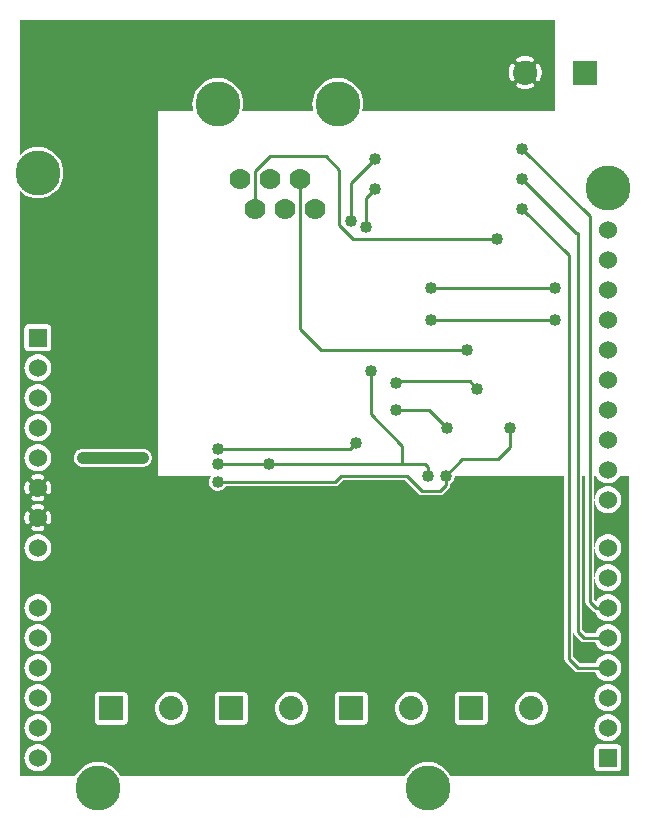
<source format=gbr>
G04 start of page 3 for group 1 idx 1 *
G04 Title: (unknown), solder *
G04 Creator: pcb 20140316 *
G04 CreationDate: Wed 30 Mar 2016 07:58:56 PM GMT UTC *
G04 For: ndholmes *
G04 Format: Gerber/RS-274X *
G04 PCB-Dimensions (mil): 2100.00 2700.00 *
G04 PCB-Coordinate-Origin: lower left *
%MOIN*%
%FSLAX25Y25*%
%LNBOTTOM*%
%ADD43C,0.1280*%
%ADD42C,0.0300*%
%ADD41C,0.0480*%
%ADD40C,0.0380*%
%ADD39C,0.1285*%
%ADD38C,0.0200*%
%ADD37C,0.0700*%
%ADD36C,0.0800*%
%ADD35C,0.0600*%
%ADD34C,0.1500*%
%ADD33C,0.0400*%
%ADD32C,0.0100*%
%ADD31C,0.0001*%
G54D31*G36*
X200000Y45486D02*X200706Y45542D01*
X201395Y45707D01*
X202049Y45978D01*
X202653Y46348D01*
X203192Y46808D01*
X203652Y47347D01*
X204022Y47951D01*
X204293Y48605D01*
X204458Y49294D01*
X204500Y50000D01*
X204458Y50706D01*
X204293Y51395D01*
X204022Y52049D01*
X203652Y52653D01*
X203192Y53192D01*
X202653Y53652D01*
X202049Y54022D01*
X201395Y54293D01*
X200706Y54458D01*
X200000Y54514D01*
Y55486D01*
X200706Y55542D01*
X201395Y55707D01*
X202049Y55978D01*
X202653Y56348D01*
X203192Y56808D01*
X203652Y57347D01*
X204022Y57951D01*
X204293Y58605D01*
X204458Y59294D01*
X204500Y60000D01*
X204458Y60706D01*
X204293Y61395D01*
X204022Y62049D01*
X203652Y62653D01*
X203192Y63192D01*
X202653Y63652D01*
X202049Y64022D01*
X201395Y64293D01*
X200706Y64458D01*
X200000Y64514D01*
Y65486D01*
X200706Y65542D01*
X201395Y65707D01*
X202049Y65978D01*
X202653Y66348D01*
X203192Y66808D01*
X203652Y67347D01*
X204022Y67951D01*
X204293Y68605D01*
X204458Y69294D01*
X204500Y70000D01*
X204458Y70706D01*
X204293Y71395D01*
X204022Y72049D01*
X203652Y72653D01*
X203192Y73192D01*
X202653Y73652D01*
X202049Y74022D01*
X201395Y74293D01*
X200706Y74458D01*
X200000Y74514D01*
Y75486D01*
X200706Y75542D01*
X201395Y75707D01*
X202049Y75978D01*
X202653Y76348D01*
X203192Y76808D01*
X203652Y77347D01*
X204022Y77951D01*
X204293Y78605D01*
X204458Y79294D01*
X204500Y80000D01*
X204458Y80706D01*
X204293Y81395D01*
X204022Y82049D01*
X203652Y82653D01*
X203192Y83192D01*
X202653Y83652D01*
X202049Y84022D01*
X201395Y84293D01*
X200706Y84458D01*
X200000Y84514D01*
Y85486D01*
X200706Y85542D01*
X201395Y85707D01*
X202049Y85978D01*
X202653Y86348D01*
X203192Y86808D01*
X203652Y87347D01*
X204022Y87951D01*
X204293Y88605D01*
X204458Y89294D01*
X204500Y90000D01*
X204458Y90706D01*
X204293Y91395D01*
X204022Y92049D01*
X203652Y92653D01*
X203192Y93192D01*
X202653Y93652D01*
X202049Y94022D01*
X201395Y94293D01*
X200706Y94458D01*
X200000Y94514D01*
Y101486D01*
X200706Y101542D01*
X201395Y101707D01*
X202049Y101978D01*
X202653Y102348D01*
X203192Y102808D01*
X203652Y103347D01*
X204022Y103951D01*
X204293Y104605D01*
X204458Y105294D01*
X204500Y106000D01*
X204458Y106706D01*
X204293Y107395D01*
X204022Y108049D01*
X203652Y108653D01*
X203192Y109192D01*
X202653Y109652D01*
X202049Y110022D01*
X201395Y110293D01*
X200706Y110458D01*
X200000Y110514D01*
Y111486D01*
X200706Y111542D01*
X201395Y111707D01*
X202049Y111978D01*
X202653Y112348D01*
X203192Y112808D01*
X203652Y113347D01*
X204022Y113951D01*
X204042Y114000D01*
X207000D01*
Y14000D01*
X200000D01*
Y15507D01*
X203235Y15514D01*
X203465Y15569D01*
X203683Y15659D01*
X203884Y15783D01*
X204064Y15936D01*
X204217Y16116D01*
X204341Y16317D01*
X204431Y16535D01*
X204486Y16765D01*
X204500Y17000D01*
X204486Y23235D01*
X204431Y23465D01*
X204341Y23683D01*
X204217Y23884D01*
X204064Y24064D01*
X203884Y24217D01*
X203683Y24341D01*
X203465Y24431D01*
X203235Y24486D01*
X203000Y24500D01*
X200000Y24493D01*
Y25486D01*
X200706Y25542D01*
X201395Y25707D01*
X202049Y25978D01*
X202653Y26348D01*
X203192Y26808D01*
X203652Y27347D01*
X204022Y27951D01*
X204293Y28605D01*
X204458Y29294D01*
X204500Y30000D01*
X204458Y30706D01*
X204293Y31395D01*
X204022Y32049D01*
X203652Y32653D01*
X203192Y33192D01*
X202653Y33652D01*
X202049Y34022D01*
X201395Y34293D01*
X200706Y34458D01*
X200000Y34514D01*
Y35486D01*
X200706Y35542D01*
X201395Y35707D01*
X202049Y35978D01*
X202653Y36348D01*
X203192Y36808D01*
X203652Y37347D01*
X204022Y37951D01*
X204293Y38605D01*
X204458Y39294D01*
X204500Y40000D01*
X204458Y40706D01*
X204293Y41395D01*
X204022Y42049D01*
X203652Y42653D01*
X203192Y43192D01*
X202653Y43652D01*
X202049Y44022D01*
X201395Y44293D01*
X200706Y44458D01*
X200000Y44514D01*
Y45486D01*
G37*
G36*
Y110514D02*X199294Y110458D01*
X198605Y110293D01*
X197951Y110022D01*
X197347Y109652D01*
X196808Y109192D01*
X196348Y108653D01*
X195978Y108049D01*
X195707Y107395D01*
X195542Y106706D01*
X195500Y106176D01*
Y114000D01*
X195958D01*
X195978Y113951D01*
X196348Y113347D01*
X196808Y112808D01*
X197347Y112348D01*
X197951Y111978D01*
X198605Y111707D01*
X199294Y111542D01*
X200000Y111486D01*
Y110514D01*
G37*
G36*
Y94514D02*X199294Y94458D01*
X198605Y94293D01*
X197951Y94022D01*
X197347Y93652D01*
X196808Y93192D01*
X196348Y92653D01*
X195978Y92049D01*
X195707Y91395D01*
X195542Y90706D01*
X195500Y90176D01*
Y105824D01*
X195542Y105294D01*
X195707Y104605D01*
X195978Y103951D01*
X196348Y103347D01*
X196808Y102808D01*
X197347Y102348D01*
X197951Y101978D01*
X198605Y101707D01*
X199294Y101542D01*
X200000Y101486D01*
Y94514D01*
G37*
G36*
Y84514D02*X199294Y84458D01*
X198605Y84293D01*
X197951Y84022D01*
X197347Y83652D01*
X196808Y83192D01*
X196348Y82653D01*
X195978Y82049D01*
X195707Y81395D01*
X195542Y80706D01*
X195500Y80176D01*
Y89824D01*
X195542Y89294D01*
X195707Y88605D01*
X195978Y87951D01*
X196348Y87347D01*
X196808Y86808D01*
X197347Y86348D01*
X197951Y85978D01*
X198605Y85707D01*
X199294Y85542D01*
X200000Y85486D01*
Y84514D01*
G37*
G36*
Y74514D02*X199294Y74458D01*
X198605Y74293D01*
X197951Y74022D01*
X197347Y73652D01*
X196808Y73192D01*
X196348Y72653D01*
X196014Y72108D01*
X195500Y72621D01*
Y79824D01*
X195542Y79294D01*
X195707Y78605D01*
X195978Y77951D01*
X196348Y77347D01*
X196808Y76808D01*
X197347Y76348D01*
X197951Y75978D01*
X198605Y75707D01*
X199294Y75542D01*
X200000Y75486D01*
Y74514D01*
G37*
G36*
Y64514D02*X199294Y64458D01*
X198605Y64293D01*
X197951Y64022D01*
X197347Y63652D01*
X196808Y63192D01*
X196348Y62653D01*
X195978Y62049D01*
X195751Y61500D01*
X192621D01*
X191500Y62621D01*
Y114000D01*
X192500D01*
Y72059D01*
X192495Y72000D01*
X192514Y71765D01*
X192569Y71535D01*
X192659Y71317D01*
X192783Y71116D01*
X192783Y71115D01*
X192936Y70936D01*
X192981Y70898D01*
X194898Y68981D01*
X194936Y68936D01*
X195115Y68783D01*
X195116Y68783D01*
X195317Y68659D01*
X195535Y68569D01*
X195743Y68519D01*
X195978Y67951D01*
X196348Y67347D01*
X196808Y66808D01*
X197347Y66348D01*
X197951Y65978D01*
X198605Y65707D01*
X199294Y65542D01*
X200000Y65486D01*
Y64514D01*
G37*
G36*
Y54514D02*X199294Y54458D01*
X198605Y54293D01*
X197951Y54022D01*
X197347Y53652D01*
X196808Y53192D01*
X196348Y52653D01*
X195978Y52049D01*
X195751Y51500D01*
X190621D01*
X188500Y53621D01*
Y61941D01*
X188514Y61765D01*
X188569Y61535D01*
X188659Y61317D01*
X188783Y61116D01*
X188783Y61115D01*
X188936Y60936D01*
X188981Y60898D01*
X190898Y58981D01*
X190936Y58936D01*
X191116Y58783D01*
X191317Y58659D01*
X191535Y58569D01*
X191765Y58514D01*
X192000Y58495D01*
X192059Y58500D01*
X195751D01*
X195978Y57951D01*
X196348Y57347D01*
X196808Y56808D01*
X197347Y56348D01*
X197951Y55978D01*
X198605Y55707D01*
X199294Y55542D01*
X200000Y55486D01*
Y54514D01*
G37*
G36*
X174492Y114000D02*X185500D01*
Y53059D01*
X185495Y53000D01*
X185514Y52765D01*
X185569Y52535D01*
X185659Y52317D01*
X185783Y52116D01*
X185936Y51936D01*
X185981Y51898D01*
X188898Y48981D01*
X188936Y48936D01*
X189116Y48783D01*
X189317Y48659D01*
X189535Y48569D01*
X189765Y48514D01*
X190000Y48495D01*
X190059Y48500D01*
X195751D01*
X195978Y47951D01*
X196348Y47347D01*
X196808Y46808D01*
X197347Y46348D01*
X197951Y45978D01*
X198605Y45707D01*
X199294Y45542D01*
X200000Y45486D01*
Y44514D01*
X199294Y44458D01*
X198605Y44293D01*
X197951Y44022D01*
X197347Y43652D01*
X196808Y43192D01*
X196348Y42653D01*
X195978Y42049D01*
X195707Y41395D01*
X195542Y40706D01*
X195486Y40000D01*
X195542Y39294D01*
X195707Y38605D01*
X195978Y37951D01*
X196348Y37347D01*
X196808Y36808D01*
X197347Y36348D01*
X197951Y35978D01*
X198605Y35707D01*
X199294Y35542D01*
X200000Y35486D01*
Y34514D01*
X199294Y34458D01*
X198605Y34293D01*
X197951Y34022D01*
X197347Y33652D01*
X196808Y33192D01*
X196348Y32653D01*
X195978Y32049D01*
X195707Y31395D01*
X195542Y30706D01*
X195486Y30000D01*
X195542Y29294D01*
X195707Y28605D01*
X195978Y27951D01*
X196348Y27347D01*
X196808Y26808D01*
X197347Y26348D01*
X197951Y25978D01*
X198605Y25707D01*
X199294Y25542D01*
X200000Y25486D01*
Y24493D01*
X196765Y24486D01*
X196535Y24431D01*
X196317Y24341D01*
X196116Y24217D01*
X195936Y24064D01*
X195783Y23884D01*
X195659Y23683D01*
X195569Y23465D01*
X195514Y23235D01*
X195500Y23000D01*
X195514Y16765D01*
X195569Y16535D01*
X195659Y16317D01*
X195783Y16116D01*
X195936Y15936D01*
X196116Y15783D01*
X196317Y15659D01*
X196535Y15569D01*
X196765Y15514D01*
X197000Y15500D01*
X200000Y15507D01*
Y14000D01*
X174492D01*
Y30984D01*
X174500Y30983D01*
X175363Y31051D01*
X176205Y31253D01*
X177005Y31584D01*
X177743Y32037D01*
X178401Y32599D01*
X178963Y33257D01*
X179416Y33995D01*
X179747Y34795D01*
X179949Y35637D01*
X180000Y36500D01*
X179949Y37363D01*
X179747Y38205D01*
X179416Y39005D01*
X178963Y39743D01*
X178401Y40401D01*
X177743Y40963D01*
X177005Y41416D01*
X176205Y41747D01*
X175363Y41949D01*
X174500Y42017D01*
X174492Y42016D01*
Y114000D01*
G37*
G36*
X154500D02*X174492D01*
Y42016D01*
X173637Y41949D01*
X172795Y41747D01*
X171995Y41416D01*
X171257Y40963D01*
X170599Y40401D01*
X170037Y39743D01*
X169584Y39005D01*
X169253Y38205D01*
X169051Y37363D01*
X168983Y36500D01*
X169051Y35637D01*
X169253Y34795D01*
X169584Y33995D01*
X170037Y33257D01*
X170599Y32599D01*
X171257Y32037D01*
X171995Y31584D01*
X172795Y31253D01*
X173637Y31051D01*
X174492Y30984D01*
Y14000D01*
X154500D01*
Y31007D01*
X158735Y31014D01*
X158965Y31069D01*
X159183Y31159D01*
X159384Y31283D01*
X159564Y31436D01*
X159717Y31616D01*
X159841Y31817D01*
X159931Y32035D01*
X159986Y32265D01*
X160000Y32500D01*
X159986Y40735D01*
X159931Y40965D01*
X159841Y41183D01*
X159717Y41384D01*
X159564Y41564D01*
X159384Y41717D01*
X159183Y41841D01*
X158965Y41931D01*
X158735Y41986D01*
X158500Y42000D01*
X154500Y41993D01*
Y114000D01*
G37*
G36*
X134492Y110387D02*X136898Y107981D01*
X136936Y107936D01*
X137116Y107783D01*
X137317Y107659D01*
X137535Y107569D01*
X137765Y107514D01*
X138000Y107495D01*
X138059Y107500D01*
X143941D01*
X144000Y107495D01*
X144235Y107514D01*
X144235Y107514D01*
X144465Y107569D01*
X144683Y107659D01*
X144884Y107783D01*
X145064Y107936D01*
X145102Y107981D01*
X147019Y109898D01*
X147064Y109936D01*
X147217Y110115D01*
X147217Y110116D01*
X147341Y110317D01*
X147431Y110535D01*
X147486Y110765D01*
X147505Y111000D01*
X147500Y111059D01*
Y111401D01*
X147769Y111565D01*
X148128Y111872D01*
X148435Y112231D01*
X148681Y112634D01*
X148862Y113070D01*
X148972Y113529D01*
X149000Y114000D01*
X154500D01*
Y41993D01*
X150265Y41986D01*
X150035Y41931D01*
X149817Y41841D01*
X149616Y41717D01*
X149436Y41564D01*
X149283Y41384D01*
X149159Y41183D01*
X149069Y40965D01*
X149014Y40735D01*
X149000Y40500D01*
X149014Y32265D01*
X149069Y32035D01*
X149159Y31817D01*
X149283Y31616D01*
X149436Y31436D01*
X149616Y31283D01*
X149817Y31159D01*
X150035Y31069D01*
X150265Y31014D01*
X150500Y31000D01*
X154500Y31007D01*
Y14000D01*
X147518D01*
X146898Y15012D01*
X146029Y16029D01*
X145012Y16898D01*
X143871Y17597D01*
X142635Y18109D01*
X141334Y18421D01*
X140000Y18526D01*
X138666Y18421D01*
X137365Y18109D01*
X136129Y17597D01*
X134988Y16898D01*
X134492Y16473D01*
Y30984D01*
X134500Y30983D01*
X135363Y31051D01*
X136205Y31253D01*
X137005Y31584D01*
X137743Y32037D01*
X138401Y32599D01*
X138963Y33257D01*
X139416Y33995D01*
X139747Y34795D01*
X139949Y35637D01*
X140000Y36500D01*
X139949Y37363D01*
X139747Y38205D01*
X139416Y39005D01*
X138963Y39743D01*
X138401Y40401D01*
X137743Y40963D01*
X137005Y41416D01*
X136205Y41747D01*
X135363Y41949D01*
X134500Y42017D01*
X134492Y42016D01*
Y110387D01*
G37*
G36*
X114500Y112500D02*X132379D01*
X134492Y110387D01*
Y42016D01*
X133637Y41949D01*
X132795Y41747D01*
X131995Y41416D01*
X131257Y40963D01*
X130599Y40401D01*
X130037Y39743D01*
X129584Y39005D01*
X129253Y38205D01*
X129051Y37363D01*
X128983Y36500D01*
X129051Y35637D01*
X129253Y34795D01*
X129584Y33995D01*
X130037Y33257D01*
X130599Y32599D01*
X131257Y32037D01*
X131995Y31584D01*
X132795Y31253D01*
X133637Y31051D01*
X134492Y30984D01*
Y16473D01*
X133971Y16029D01*
X133102Y15012D01*
X132482Y14000D01*
X114500D01*
Y31007D01*
X118735Y31014D01*
X118965Y31069D01*
X119183Y31159D01*
X119384Y31283D01*
X119564Y31436D01*
X119717Y31616D01*
X119841Y31817D01*
X119931Y32035D01*
X119986Y32265D01*
X120000Y32500D01*
X119986Y40735D01*
X119931Y40965D01*
X119841Y41183D01*
X119717Y41384D01*
X119564Y41564D01*
X119384Y41717D01*
X119183Y41841D01*
X118965Y41931D01*
X118735Y41986D01*
X118500Y42000D01*
X114500Y41993D01*
Y112500D01*
G37*
G36*
X94492Y110500D02*X108941D01*
X109000Y110495D01*
X109235Y110514D01*
X109235Y110514D01*
X109465Y110569D01*
X109683Y110659D01*
X109884Y110783D01*
X110064Y110936D01*
X110102Y110981D01*
X111621Y112500D01*
X114500D01*
Y41993D01*
X110265Y41986D01*
X110035Y41931D01*
X109817Y41841D01*
X109616Y41717D01*
X109436Y41564D01*
X109283Y41384D01*
X109159Y41183D01*
X109069Y40965D01*
X109014Y40735D01*
X109000Y40500D01*
X109014Y32265D01*
X109069Y32035D01*
X109159Y31817D01*
X109283Y31616D01*
X109436Y31436D01*
X109616Y31283D01*
X109817Y31159D01*
X110035Y31069D01*
X110265Y31014D01*
X110500Y31000D01*
X114500Y31007D01*
Y14000D01*
X94492D01*
Y30984D01*
X94500Y30983D01*
X95363Y31051D01*
X96205Y31253D01*
X97005Y31584D01*
X97743Y32037D01*
X98401Y32599D01*
X98963Y33257D01*
X99416Y33995D01*
X99747Y34795D01*
X99949Y35637D01*
X100000Y36500D01*
X99949Y37363D01*
X99747Y38205D01*
X99416Y39005D01*
X98963Y39743D01*
X98401Y40401D01*
X97743Y40963D01*
X97005Y41416D01*
X96205Y41747D01*
X95363Y41949D01*
X94500Y42017D01*
X94492Y42016D01*
Y110500D01*
G37*
G36*
X74500Y110500D02*X77000D01*
X77000Y110500D01*
X94492D01*
Y42016D01*
X93637Y41949D01*
X92795Y41747D01*
X91995Y41416D01*
X91257Y40963D01*
X90599Y40401D01*
X90037Y39743D01*
X89584Y39005D01*
X89253Y38205D01*
X89051Y37363D01*
X88983Y36500D01*
X89051Y35637D01*
X89253Y34795D01*
X89584Y33995D01*
X90037Y33257D01*
X90599Y32599D01*
X91257Y32037D01*
X91995Y31584D01*
X92795Y31253D01*
X93637Y31051D01*
X94492Y30984D01*
Y14000D01*
X74500D01*
Y31007D01*
X78735Y31014D01*
X78965Y31069D01*
X79183Y31159D01*
X79384Y31283D01*
X79564Y31436D01*
X79717Y31616D01*
X79841Y31817D01*
X79931Y32035D01*
X79986Y32265D01*
X80000Y32500D01*
X79986Y40735D01*
X79931Y40965D01*
X79841Y41183D01*
X79717Y41384D01*
X79564Y41564D01*
X79384Y41717D01*
X79183Y41841D01*
X78965Y41931D01*
X78735Y41986D01*
X78500Y42000D01*
X74500Y41993D01*
Y110500D01*
G37*
G36*
X54492Y114000D02*X67763D01*
X67565Y113769D01*
X67319Y113366D01*
X67138Y112930D01*
X67028Y112471D01*
X66991Y112000D01*
X67028Y111529D01*
X67138Y111070D01*
X67319Y110634D01*
X67565Y110231D01*
X67872Y109872D01*
X68231Y109565D01*
X68634Y109319D01*
X69070Y109138D01*
X69529Y109028D01*
X70000Y108991D01*
X70471Y109028D01*
X70930Y109138D01*
X71366Y109319D01*
X71769Y109565D01*
X72128Y109872D01*
X72435Y110231D01*
X72599Y110500D01*
X74500D01*
Y41993D01*
X70265Y41986D01*
X70035Y41931D01*
X69817Y41841D01*
X69616Y41717D01*
X69436Y41564D01*
X69283Y41384D01*
X69159Y41183D01*
X69069Y40965D01*
X69014Y40735D01*
X69000Y40500D01*
X69014Y32265D01*
X69069Y32035D01*
X69159Y31817D01*
X69283Y31616D01*
X69436Y31436D01*
X69616Y31283D01*
X69817Y31159D01*
X70035Y31069D01*
X70265Y31014D01*
X70500Y31000D01*
X74500Y31007D01*
Y14000D01*
X54492D01*
Y30984D01*
X54500Y30983D01*
X55363Y31051D01*
X56205Y31253D01*
X57005Y31584D01*
X57743Y32037D01*
X58401Y32599D01*
X58963Y33257D01*
X59416Y33995D01*
X59747Y34795D01*
X59949Y35637D01*
X60000Y36500D01*
X59949Y37363D01*
X59747Y38205D01*
X59416Y39005D01*
X58963Y39743D01*
X58401Y40401D01*
X57743Y40963D01*
X57005Y41416D01*
X56205Y41747D01*
X55363Y41949D01*
X54500Y42017D01*
X54492Y42016D01*
Y114000D01*
G37*
G36*
X34500D02*X54492D01*
Y42016D01*
X53637Y41949D01*
X52795Y41747D01*
X51995Y41416D01*
X51257Y40963D01*
X50599Y40401D01*
X50037Y39743D01*
X49584Y39005D01*
X49253Y38205D01*
X49051Y37363D01*
X48983Y36500D01*
X49051Y35637D01*
X49253Y34795D01*
X49584Y33995D01*
X50037Y33257D01*
X50599Y32599D01*
X51257Y32037D01*
X51995Y31584D01*
X52795Y31253D01*
X53637Y31051D01*
X54492Y30984D01*
Y14000D01*
X37518D01*
X36898Y15012D01*
X36029Y16029D01*
X35012Y16898D01*
X34500Y17211D01*
Y31007D01*
X38735Y31014D01*
X38965Y31069D01*
X39183Y31159D01*
X39384Y31283D01*
X39564Y31436D01*
X39717Y31616D01*
X39841Y31817D01*
X39931Y32035D01*
X39986Y32265D01*
X40000Y32500D01*
X39986Y40735D01*
X39931Y40965D01*
X39841Y41183D01*
X39717Y41384D01*
X39564Y41564D01*
X39384Y41717D01*
X39183Y41841D01*
X38965Y41931D01*
X38735Y41986D01*
X38500Y42000D01*
X34500Y41993D01*
Y114000D01*
G37*
G36*
X13613D02*X34500D01*
Y41993D01*
X30265Y41986D01*
X30035Y41931D01*
X29817Y41841D01*
X29616Y41717D01*
X29436Y41564D01*
X29283Y41384D01*
X29159Y41183D01*
X29069Y40965D01*
X29014Y40735D01*
X29000Y40500D01*
X29014Y32265D01*
X29069Y32035D01*
X29159Y31817D01*
X29283Y31616D01*
X29436Y31436D01*
X29616Y31283D01*
X29817Y31159D01*
X30035Y31069D01*
X30265Y31014D01*
X30500Y31000D01*
X34500Y31007D01*
Y17211D01*
X33871Y17597D01*
X32635Y18109D01*
X31334Y18421D01*
X30000Y18526D01*
X28666Y18421D01*
X27365Y18109D01*
X26129Y17597D01*
X24988Y16898D01*
X23971Y16029D01*
X23102Y15012D01*
X22482Y14000D01*
X13613D01*
Y17302D01*
X13652Y17347D01*
X14022Y17951D01*
X14293Y18605D01*
X14458Y19294D01*
X14500Y20000D01*
X14458Y20706D01*
X14293Y21395D01*
X14022Y22049D01*
X13652Y22653D01*
X13613Y22698D01*
Y27302D01*
X13652Y27347D01*
X14022Y27951D01*
X14293Y28605D01*
X14458Y29294D01*
X14500Y30000D01*
X14458Y30706D01*
X14293Y31395D01*
X14022Y32049D01*
X13652Y32653D01*
X13613Y32698D01*
Y37302D01*
X13652Y37347D01*
X14022Y37951D01*
X14293Y38605D01*
X14458Y39294D01*
X14500Y40000D01*
X14458Y40706D01*
X14293Y41395D01*
X14022Y42049D01*
X13652Y42653D01*
X13613Y42698D01*
Y47302D01*
X13652Y47347D01*
X14022Y47951D01*
X14293Y48605D01*
X14458Y49294D01*
X14500Y50000D01*
X14458Y50706D01*
X14293Y51395D01*
X14022Y52049D01*
X13652Y52653D01*
X13613Y52698D01*
Y57302D01*
X13652Y57347D01*
X14022Y57951D01*
X14293Y58605D01*
X14458Y59294D01*
X14500Y60000D01*
X14458Y60706D01*
X14293Y61395D01*
X14022Y62049D01*
X13652Y62653D01*
X13613Y62698D01*
Y67302D01*
X13652Y67347D01*
X14022Y67951D01*
X14293Y68605D01*
X14458Y69294D01*
X14500Y70000D01*
X14458Y70706D01*
X14293Y71395D01*
X14022Y72049D01*
X13652Y72653D01*
X13613Y72698D01*
Y87302D01*
X13652Y87347D01*
X14022Y87951D01*
X14293Y88605D01*
X14458Y89294D01*
X14500Y90000D01*
X14458Y90706D01*
X14293Y91395D01*
X14022Y92049D01*
X13652Y92653D01*
X13613Y92698D01*
Y97853D01*
X13656Y97860D01*
X13768Y97897D01*
X13873Y97952D01*
X13968Y98022D01*
X14051Y98106D01*
X14119Y98202D01*
X14170Y98308D01*
X14318Y98716D01*
X14422Y99137D01*
X14484Y99567D01*
X14505Y100000D01*
X14484Y100433D01*
X14422Y100863D01*
X14318Y101284D01*
X14175Y101694D01*
X14122Y101800D01*
X14053Y101896D01*
X13970Y101981D01*
X13875Y102051D01*
X13769Y102106D01*
X13657Y102143D01*
X13613Y102151D01*
Y107853D01*
X13656Y107860D01*
X13768Y107897D01*
X13873Y107952D01*
X13968Y108022D01*
X14051Y108106D01*
X14119Y108202D01*
X14170Y108308D01*
X14318Y108716D01*
X14422Y109137D01*
X14484Y109567D01*
X14505Y110000D01*
X14484Y110433D01*
X14422Y110863D01*
X14318Y111284D01*
X14175Y111694D01*
X14122Y111800D01*
X14053Y111896D01*
X13970Y111981D01*
X13875Y112051D01*
X13769Y112106D01*
X13657Y112143D01*
X13613Y112151D01*
Y114000D01*
G37*
G36*
Y72698D02*X13192Y73192D01*
X12653Y73652D01*
X12049Y74022D01*
X11395Y74293D01*
X10706Y74458D01*
X10000Y74514D01*
X9993Y74513D01*
Y85487D01*
X10000Y85486D01*
X10706Y85542D01*
X11395Y85707D01*
X12049Y85978D01*
X12653Y86348D01*
X13192Y86808D01*
X13613Y87302D01*
Y72698D01*
G37*
G36*
Y62698D02*X13192Y63192D01*
X12653Y63652D01*
X12049Y64022D01*
X11395Y64293D01*
X10706Y64458D01*
X10000Y64514D01*
X9993Y64513D01*
Y65487D01*
X10000Y65486D01*
X10706Y65542D01*
X11395Y65707D01*
X12049Y65978D01*
X12653Y66348D01*
X13192Y66808D01*
X13613Y67302D01*
Y62698D01*
G37*
G36*
Y52698D02*X13192Y53192D01*
X12653Y53652D01*
X12049Y54022D01*
X11395Y54293D01*
X10706Y54458D01*
X10000Y54514D01*
X9993Y54513D01*
Y55487D01*
X10000Y55486D01*
X10706Y55542D01*
X11395Y55707D01*
X12049Y55978D01*
X12653Y56348D01*
X13192Y56808D01*
X13613Y57302D01*
Y52698D01*
G37*
G36*
Y42698D02*X13192Y43192D01*
X12653Y43652D01*
X12049Y44022D01*
X11395Y44293D01*
X10706Y44458D01*
X10000Y44514D01*
X9993Y44513D01*
Y45487D01*
X10000Y45486D01*
X10706Y45542D01*
X11395Y45707D01*
X12049Y45978D01*
X12653Y46348D01*
X13192Y46808D01*
X13613Y47302D01*
Y42698D01*
G37*
G36*
Y32698D02*X13192Y33192D01*
X12653Y33652D01*
X12049Y34022D01*
X11395Y34293D01*
X10706Y34458D01*
X10000Y34514D01*
X9993Y34513D01*
Y35487D01*
X10000Y35486D01*
X10706Y35542D01*
X11395Y35707D01*
X12049Y35978D01*
X12653Y36348D01*
X13192Y36808D01*
X13613Y37302D01*
Y32698D01*
G37*
G36*
Y22698D02*X13192Y23192D01*
X12653Y23652D01*
X12049Y24022D01*
X11395Y24293D01*
X10706Y24458D01*
X10000Y24514D01*
X9993Y24513D01*
Y25487D01*
X10000Y25486D01*
X10706Y25542D01*
X11395Y25707D01*
X12049Y25978D01*
X12653Y26348D01*
X13192Y26808D01*
X13613Y27302D01*
Y22698D01*
G37*
G36*
Y14000D02*X9993D01*
Y15487D01*
X10000Y15486D01*
X10706Y15542D01*
X11395Y15707D01*
X12049Y15978D01*
X12653Y16348D01*
X13192Y16808D01*
X13613Y17302D01*
Y14000D01*
G37*
G36*
X9993Y113000D02*X10000Y113000D01*
X10289Y112986D01*
X10575Y112944D01*
X10855Y112876D01*
X11128Y112780D01*
X11239Y112742D01*
X11356Y112725D01*
X11474Y112725D01*
X11591Y112745D01*
X11703Y112782D01*
X11807Y112836D01*
X11902Y112906D01*
X11985Y112991D01*
X12054Y113087D01*
X12107Y113192D01*
X12143Y113305D01*
X12160Y113421D01*
X12159Y113539D01*
X12140Y113656D01*
X12103Y113768D01*
X12048Y113873D01*
X11978Y113968D01*
X11945Y114000D01*
X13613D01*
Y112151D01*
X13540Y112163D01*
X13421Y112164D01*
X13304Y112146D01*
X13191Y112110D01*
X13085Y112057D01*
X12988Y111988D01*
X12904Y111905D01*
X12833Y111809D01*
X12779Y111704D01*
X12741Y111592D01*
X12722Y111475D01*
X12721Y111356D01*
X12739Y111239D01*
X12777Y111126D01*
X12876Y110855D01*
X12944Y110575D01*
X12986Y110289D01*
X13000Y110000D01*
X12986Y109711D01*
X12944Y109425D01*
X12876Y109145D01*
X12780Y108872D01*
X12742Y108761D01*
X12725Y108644D01*
X12725Y108526D01*
X12745Y108409D01*
X12782Y108297D01*
X12836Y108193D01*
X12906Y108098D01*
X12991Y108015D01*
X13087Y107946D01*
X13192Y107893D01*
X13305Y107857D01*
X13421Y107840D01*
X13539Y107841D01*
X13613Y107853D01*
Y102151D01*
X13540Y102163D01*
X13421Y102164D01*
X13304Y102146D01*
X13191Y102110D01*
X13085Y102057D01*
X12988Y101988D01*
X12904Y101905D01*
X12833Y101809D01*
X12779Y101704D01*
X12741Y101592D01*
X12722Y101475D01*
X12721Y101356D01*
X12739Y101239D01*
X12777Y101126D01*
X12876Y100855D01*
X12944Y100575D01*
X12986Y100289D01*
X13000Y100000D01*
X12986Y99711D01*
X12944Y99425D01*
X12876Y99145D01*
X12780Y98872D01*
X12742Y98761D01*
X12725Y98644D01*
X12725Y98526D01*
X12745Y98409D01*
X12782Y98297D01*
X12836Y98193D01*
X12906Y98098D01*
X12991Y98015D01*
X13087Y97946D01*
X13192Y97893D01*
X13305Y97857D01*
X13421Y97840D01*
X13539Y97841D01*
X13613Y97853D01*
Y92698D01*
X13192Y93192D01*
X12653Y93652D01*
X12049Y94022D01*
X11395Y94293D01*
X10706Y94458D01*
X10000Y94514D01*
X9993Y94513D01*
Y95495D01*
X10000Y95495D01*
X10433Y95516D01*
X10863Y95578D01*
X11284Y95682D01*
X11694Y95825D01*
X11800Y95878D01*
X11896Y95947D01*
X11981Y96030D01*
X12051Y96125D01*
X12106Y96231D01*
X12143Y96343D01*
X12163Y96460D01*
X12164Y96579D01*
X12146Y96696D01*
X12110Y96809D01*
X12057Y96915D01*
X11988Y97012D01*
X11905Y97096D01*
X11809Y97167D01*
X11704Y97221D01*
X11592Y97259D01*
X11475Y97278D01*
X11356Y97279D01*
X11239Y97261D01*
X11126Y97223D01*
X10855Y97124D01*
X10575Y97056D01*
X10289Y97014D01*
X10000Y97000D01*
X9993Y97000D01*
Y103000D01*
X10000Y103000D01*
X10289Y102986D01*
X10575Y102944D01*
X10855Y102876D01*
X11128Y102780D01*
X11239Y102742D01*
X11356Y102725D01*
X11474Y102725D01*
X11591Y102745D01*
X11703Y102782D01*
X11807Y102836D01*
X11902Y102906D01*
X11985Y102991D01*
X12054Y103087D01*
X12107Y103192D01*
X12143Y103305D01*
X12160Y103421D01*
X12159Y103539D01*
X12140Y103656D01*
X12103Y103768D01*
X12048Y103873D01*
X11978Y103968D01*
X11894Y104051D01*
X11798Y104119D01*
X11692Y104170D01*
X11284Y104318D01*
X10863Y104422D01*
X10433Y104484D01*
X10000Y104505D01*
X9993Y104505D01*
Y105495D01*
X10000Y105495D01*
X10433Y105516D01*
X10863Y105578D01*
X11284Y105682D01*
X11694Y105825D01*
X11800Y105878D01*
X11896Y105947D01*
X11981Y106030D01*
X12051Y106125D01*
X12106Y106231D01*
X12143Y106343D01*
X12163Y106460D01*
X12164Y106579D01*
X12146Y106696D01*
X12110Y106809D01*
X12057Y106915D01*
X11988Y107012D01*
X11905Y107096D01*
X11809Y107167D01*
X11704Y107221D01*
X11592Y107259D01*
X11475Y107278D01*
X11356Y107279D01*
X11239Y107261D01*
X11126Y107223D01*
X10855Y107124D01*
X10575Y107056D01*
X10289Y107014D01*
X10000Y107000D01*
X9993Y107000D01*
Y113000D01*
G37*
G36*
X6387Y17302D02*X6808Y16808D01*
X7347Y16348D01*
X7951Y15978D01*
X8605Y15707D01*
X9294Y15542D01*
X9993Y15487D01*
Y14000D01*
X6387D01*
Y17302D01*
G37*
G36*
Y27302D02*X6808Y26808D01*
X7347Y26348D01*
X7951Y25978D01*
X8605Y25707D01*
X9294Y25542D01*
X9993Y25487D01*
Y24513D01*
X9294Y24458D01*
X8605Y24293D01*
X7951Y24022D01*
X7347Y23652D01*
X6808Y23192D01*
X6387Y22698D01*
Y27302D01*
G37*
G36*
Y37302D02*X6808Y36808D01*
X7347Y36348D01*
X7951Y35978D01*
X8605Y35707D01*
X9294Y35542D01*
X9993Y35487D01*
Y34513D01*
X9294Y34458D01*
X8605Y34293D01*
X7951Y34022D01*
X7347Y33652D01*
X6808Y33192D01*
X6387Y32698D01*
Y37302D01*
G37*
G36*
Y47302D02*X6808Y46808D01*
X7347Y46348D01*
X7951Y45978D01*
X8605Y45707D01*
X9294Y45542D01*
X9993Y45487D01*
Y44513D01*
X9294Y44458D01*
X8605Y44293D01*
X7951Y44022D01*
X7347Y43652D01*
X6808Y43192D01*
X6387Y42698D01*
Y47302D01*
G37*
G36*
Y57302D02*X6808Y56808D01*
X7347Y56348D01*
X7951Y55978D01*
X8605Y55707D01*
X9294Y55542D01*
X9993Y55487D01*
Y54513D01*
X9294Y54458D01*
X8605Y54293D01*
X7951Y54022D01*
X7347Y53652D01*
X6808Y53192D01*
X6387Y52698D01*
Y57302D01*
G37*
G36*
Y67302D02*X6808Y66808D01*
X7347Y66348D01*
X7951Y65978D01*
X8605Y65707D01*
X9294Y65542D01*
X9993Y65487D01*
Y64513D01*
X9294Y64458D01*
X8605Y64293D01*
X7951Y64022D01*
X7347Y63652D01*
X6808Y63192D01*
X6387Y62698D01*
Y67302D01*
G37*
G36*
Y87302D02*X6808Y86808D01*
X7347Y86348D01*
X7951Y85978D01*
X8605Y85707D01*
X9294Y85542D01*
X9993Y85487D01*
Y74513D01*
X9294Y74458D01*
X8605Y74293D01*
X7951Y74022D01*
X7347Y73652D01*
X6808Y73192D01*
X6387Y72698D01*
Y87302D01*
G37*
G36*
Y114000D02*X8050D01*
X8019Y113970D01*
X7949Y113875D01*
X7894Y113769D01*
X7857Y113657D01*
X7837Y113540D01*
X7836Y113421D01*
X7854Y113304D01*
X7890Y113191D01*
X7943Y113085D01*
X8012Y112988D01*
X8095Y112904D01*
X8191Y112833D01*
X8296Y112779D01*
X8408Y112741D01*
X8525Y112722D01*
X8644Y112721D01*
X8761Y112739D01*
X8874Y112777D01*
X9145Y112876D01*
X9425Y112944D01*
X9711Y112986D01*
X9993Y113000D01*
Y107000D01*
X9711Y107014D01*
X9425Y107056D01*
X9145Y107124D01*
X8872Y107220D01*
X8761Y107258D01*
X8644Y107275D01*
X8526Y107275D01*
X8409Y107255D01*
X8297Y107218D01*
X8193Y107164D01*
X8098Y107094D01*
X8015Y107009D01*
X7946Y106913D01*
X7893Y106808D01*
X7857Y106695D01*
X7840Y106579D01*
X7841Y106461D01*
X7860Y106344D01*
X7897Y106232D01*
X7952Y106127D01*
X8022Y106032D01*
X8106Y105949D01*
X8202Y105881D01*
X8308Y105830D01*
X8716Y105682D01*
X9137Y105578D01*
X9567Y105516D01*
X9993Y105495D01*
Y104505D01*
X9567Y104484D01*
X9137Y104422D01*
X8716Y104318D01*
X8306Y104175D01*
X8200Y104122D01*
X8104Y104053D01*
X8019Y103970D01*
X7949Y103875D01*
X7894Y103769D01*
X7857Y103657D01*
X7837Y103540D01*
X7836Y103421D01*
X7854Y103304D01*
X7890Y103191D01*
X7943Y103085D01*
X8012Y102988D01*
X8095Y102904D01*
X8191Y102833D01*
X8296Y102779D01*
X8408Y102741D01*
X8525Y102722D01*
X8644Y102721D01*
X8761Y102739D01*
X8874Y102777D01*
X9145Y102876D01*
X9425Y102944D01*
X9711Y102986D01*
X9993Y103000D01*
Y97000D01*
X9711Y97014D01*
X9425Y97056D01*
X9145Y97124D01*
X8872Y97220D01*
X8761Y97258D01*
X8644Y97275D01*
X8526Y97275D01*
X8409Y97255D01*
X8297Y97218D01*
X8193Y97164D01*
X8098Y97094D01*
X8015Y97009D01*
X7946Y96913D01*
X7893Y96808D01*
X7857Y96695D01*
X7840Y96579D01*
X7841Y96461D01*
X7860Y96344D01*
X7897Y96232D01*
X7952Y96127D01*
X8022Y96032D01*
X8106Y95949D01*
X8202Y95881D01*
X8308Y95830D01*
X8716Y95682D01*
X9137Y95578D01*
X9567Y95516D01*
X9993Y95495D01*
Y94513D01*
X9294Y94458D01*
X8605Y94293D01*
X7951Y94022D01*
X7347Y93652D01*
X6808Y93192D01*
X6387Y92698D01*
Y97849D01*
X6460Y97837D01*
X6579Y97836D01*
X6696Y97854D01*
X6809Y97890D01*
X6915Y97943D01*
X7012Y98012D01*
X7096Y98095D01*
X7167Y98191D01*
X7221Y98296D01*
X7259Y98408D01*
X7278Y98525D01*
X7279Y98644D01*
X7261Y98761D01*
X7223Y98874D01*
X7124Y99145D01*
X7056Y99425D01*
X7014Y99711D01*
X7000Y100000D01*
X7014Y100289D01*
X7056Y100575D01*
X7124Y100855D01*
X7220Y101128D01*
X7258Y101239D01*
X7275Y101356D01*
X7275Y101474D01*
X7255Y101591D01*
X7218Y101703D01*
X7164Y101807D01*
X7094Y101902D01*
X7009Y101985D01*
X6913Y102054D01*
X6808Y102107D01*
X6695Y102143D01*
X6579Y102160D01*
X6461Y102159D01*
X6387Y102147D01*
Y107849D01*
X6460Y107837D01*
X6579Y107836D01*
X6696Y107854D01*
X6809Y107890D01*
X6915Y107943D01*
X7012Y108012D01*
X7096Y108095D01*
X7167Y108191D01*
X7221Y108296D01*
X7259Y108408D01*
X7278Y108525D01*
X7279Y108644D01*
X7261Y108761D01*
X7223Y108874D01*
X7124Y109145D01*
X7056Y109425D01*
X7014Y109711D01*
X7000Y110000D01*
X7014Y110289D01*
X7056Y110575D01*
X7124Y110855D01*
X7220Y111128D01*
X7258Y111239D01*
X7275Y111356D01*
X7275Y111474D01*
X7255Y111591D01*
X7218Y111703D01*
X7164Y111807D01*
X7094Y111902D01*
X7009Y111985D01*
X6913Y112054D01*
X6808Y112107D01*
X6695Y112143D01*
X6579Y112160D01*
X6461Y112159D01*
X6387Y112147D01*
Y114000D01*
G37*
G36*
X4000D02*X6387D01*
Y112147D01*
X6344Y112140D01*
X6232Y112103D01*
X6127Y112048D01*
X6032Y111978D01*
X5949Y111894D01*
X5881Y111798D01*
X5830Y111692D01*
X5682Y111284D01*
X5578Y110863D01*
X5516Y110433D01*
X5495Y110000D01*
X5516Y109567D01*
X5578Y109137D01*
X5682Y108716D01*
X5825Y108306D01*
X5878Y108200D01*
X5947Y108104D01*
X6030Y108019D01*
X6125Y107949D01*
X6231Y107894D01*
X6343Y107857D01*
X6387Y107849D01*
Y102147D01*
X6344Y102140D01*
X6232Y102103D01*
X6127Y102048D01*
X6032Y101978D01*
X5949Y101894D01*
X5881Y101798D01*
X5830Y101692D01*
X5682Y101284D01*
X5578Y100863D01*
X5516Y100433D01*
X5495Y100000D01*
X5516Y99567D01*
X5578Y99137D01*
X5682Y98716D01*
X5825Y98306D01*
X5878Y98200D01*
X5947Y98104D01*
X6030Y98019D01*
X6125Y97949D01*
X6231Y97894D01*
X6343Y97857D01*
X6387Y97849D01*
Y92698D01*
X6348Y92653D01*
X5978Y92049D01*
X5707Y91395D01*
X5542Y90706D01*
X5486Y90000D01*
X5542Y89294D01*
X5707Y88605D01*
X5978Y87951D01*
X6348Y87347D01*
X6387Y87302D01*
Y72698D01*
X6348Y72653D01*
X5978Y72049D01*
X5707Y71395D01*
X5542Y70706D01*
X5486Y70000D01*
X5542Y69294D01*
X5707Y68605D01*
X5978Y67951D01*
X6348Y67347D01*
X6387Y67302D01*
Y62698D01*
X6348Y62653D01*
X5978Y62049D01*
X5707Y61395D01*
X5542Y60706D01*
X5486Y60000D01*
X5542Y59294D01*
X5707Y58605D01*
X5978Y57951D01*
X6348Y57347D01*
X6387Y57302D01*
Y52698D01*
X6348Y52653D01*
X5978Y52049D01*
X5707Y51395D01*
X5542Y50706D01*
X5486Y50000D01*
X5542Y49294D01*
X5707Y48605D01*
X5978Y47951D01*
X6348Y47347D01*
X6387Y47302D01*
Y42698D01*
X6348Y42653D01*
X5978Y42049D01*
X5707Y41395D01*
X5542Y40706D01*
X5486Y40000D01*
X5542Y39294D01*
X5707Y38605D01*
X5978Y37951D01*
X6348Y37347D01*
X6387Y37302D01*
Y32698D01*
X6348Y32653D01*
X5978Y32049D01*
X5707Y31395D01*
X5542Y30706D01*
X5486Y30000D01*
X5542Y29294D01*
X5707Y28605D01*
X5978Y27951D01*
X6348Y27347D01*
X6387Y27302D01*
Y22698D01*
X6348Y22653D01*
X5978Y22049D01*
X5707Y21395D01*
X5542Y20706D01*
X5486Y20000D01*
X5542Y19294D01*
X5707Y18605D01*
X5978Y17951D01*
X6348Y17347D01*
X6387Y17302D01*
Y14000D01*
X4000D01*
Y114000D01*
G37*
G36*
X50000Y86000D02*X35000D01*
Y117000D01*
X39882D01*
X40000Y116991D01*
X40118Y117000D01*
X44882D01*
X45000Y116991D01*
X45471Y117028D01*
X45471Y117028D01*
X45930Y117138D01*
X46366Y117319D01*
X46769Y117565D01*
X47128Y117872D01*
X47435Y118231D01*
X47681Y118634D01*
X47862Y119070D01*
X47972Y119529D01*
X48009Y120000D01*
X47972Y120471D01*
X47862Y120930D01*
X47681Y121366D01*
X47435Y121769D01*
X47128Y122128D01*
X46769Y122435D01*
X46366Y122681D01*
X45930Y122862D01*
X45471Y122972D01*
X45471Y122972D01*
X45000Y123009D01*
X44882Y123000D01*
X40118D01*
X40000Y123009D01*
X39882Y123000D01*
X35000D01*
Y266000D01*
X50000D01*
Y86000D01*
G37*
G36*
X35000D02*X13613D01*
Y87302D01*
X13652Y87347D01*
X14022Y87951D01*
X14293Y88605D01*
X14458Y89294D01*
X14500Y90000D01*
X14458Y90706D01*
X14293Y91395D01*
X14022Y92049D01*
X13652Y92653D01*
X13613Y92698D01*
Y97853D01*
X13656Y97860D01*
X13768Y97897D01*
X13873Y97952D01*
X13968Y98022D01*
X14051Y98106D01*
X14119Y98202D01*
X14170Y98308D01*
X14318Y98716D01*
X14422Y99137D01*
X14484Y99567D01*
X14505Y100000D01*
X14484Y100433D01*
X14422Y100863D01*
X14318Y101284D01*
X14175Y101694D01*
X14122Y101800D01*
X14053Y101896D01*
X13970Y101981D01*
X13875Y102051D01*
X13769Y102106D01*
X13657Y102143D01*
X13613Y102151D01*
Y107853D01*
X13656Y107860D01*
X13768Y107897D01*
X13873Y107952D01*
X13968Y108022D01*
X14051Y108106D01*
X14119Y108202D01*
X14170Y108308D01*
X14318Y108716D01*
X14422Y109137D01*
X14484Y109567D01*
X14505Y110000D01*
X14484Y110433D01*
X14422Y110863D01*
X14318Y111284D01*
X14175Y111694D01*
X14122Y111800D01*
X14053Y111896D01*
X13970Y111981D01*
X13875Y112051D01*
X13769Y112106D01*
X13657Y112143D01*
X13613Y112151D01*
Y117302D01*
X13652Y117347D01*
X14022Y117951D01*
X14293Y118605D01*
X14458Y119294D01*
X14500Y120000D01*
X14458Y120706D01*
X14293Y121395D01*
X14022Y122049D01*
X13652Y122653D01*
X13613Y122698D01*
Y127302D01*
X13652Y127347D01*
X14022Y127951D01*
X14293Y128605D01*
X14458Y129294D01*
X14500Y130000D01*
X14458Y130706D01*
X14293Y131395D01*
X14022Y132049D01*
X13652Y132653D01*
X13613Y132698D01*
Y137302D01*
X13652Y137347D01*
X14022Y137951D01*
X14293Y138605D01*
X14458Y139294D01*
X14500Y140000D01*
X14458Y140706D01*
X14293Y141395D01*
X14022Y142049D01*
X13652Y142653D01*
X13613Y142698D01*
Y147302D01*
X13652Y147347D01*
X14022Y147951D01*
X14293Y148605D01*
X14458Y149294D01*
X14500Y150000D01*
X14458Y150706D01*
X14293Y151395D01*
X14022Y152049D01*
X13652Y152653D01*
X13613Y152698D01*
Y155630D01*
X13683Y155659D01*
X13884Y155783D01*
X14064Y155936D01*
X14217Y156116D01*
X14341Y156317D01*
X14431Y156535D01*
X14486Y156765D01*
X14500Y157000D01*
X14486Y163235D01*
X14431Y163465D01*
X14341Y163683D01*
X14217Y163884D01*
X14064Y164064D01*
X13884Y164217D01*
X13683Y164341D01*
X13613Y164370D01*
Y207296D01*
X13871Y207403D01*
X15012Y208102D01*
X16029Y208971D01*
X16898Y209988D01*
X17597Y211129D01*
X18109Y212365D01*
X18421Y213666D01*
X18500Y215000D01*
X18421Y216334D01*
X18109Y217635D01*
X17597Y218871D01*
X16898Y220012D01*
X16029Y221029D01*
X15012Y221898D01*
X13871Y222597D01*
X13613Y222704D01*
Y266000D01*
X35000D01*
Y123000D01*
X30118D01*
X30000Y123009D01*
X29882Y123000D01*
X25118D01*
X25000Y123009D01*
X24529Y122972D01*
X24070Y122862D01*
X23634Y122681D01*
X23231Y122435D01*
X22872Y122128D01*
X22565Y121769D01*
X22319Y121366D01*
X22138Y120930D01*
X22028Y120471D01*
X21991Y120000D01*
X22028Y119529D01*
X22138Y119070D01*
X22319Y118634D01*
X22565Y118231D01*
X22872Y117872D01*
X23231Y117565D01*
X23634Y117319D01*
X24070Y117138D01*
X24529Y117028D01*
X25000Y116991D01*
X25118Y117000D01*
X29882D01*
X30000Y116991D01*
X30118Y117000D01*
X35000D01*
Y86000D01*
G37*
G36*
X13613Y222704D02*X12635Y223109D01*
X11334Y223421D01*
X10000Y223526D01*
Y266000D01*
X13613D01*
Y222704D01*
G37*
G36*
Y164370D02*X13465Y164431D01*
X13235Y164486D01*
X13000Y164500D01*
X10000Y164493D01*
Y206474D01*
X11334Y206579D01*
X12635Y206891D01*
X13613Y207296D01*
Y164370D01*
G37*
G36*
Y152698D02*X13192Y153192D01*
X12653Y153652D01*
X12049Y154022D01*
X11395Y154293D01*
X10706Y154458D01*
X10000Y154514D01*
Y155507D01*
X13235Y155514D01*
X13465Y155569D01*
X13613Y155630D01*
Y152698D01*
G37*
G36*
Y142698D02*X13192Y143192D01*
X12653Y143652D01*
X12049Y144022D01*
X11395Y144293D01*
X10706Y144458D01*
X10000Y144514D01*
Y145486D01*
X10706Y145542D01*
X11395Y145707D01*
X12049Y145978D01*
X12653Y146348D01*
X13192Y146808D01*
X13613Y147302D01*
Y142698D01*
G37*
G36*
Y132698D02*X13192Y133192D01*
X12653Y133652D01*
X12049Y134022D01*
X11395Y134293D01*
X10706Y134458D01*
X10000Y134514D01*
Y135486D01*
X10706Y135542D01*
X11395Y135707D01*
X12049Y135978D01*
X12653Y136348D01*
X13192Y136808D01*
X13613Y137302D01*
Y132698D01*
G37*
G36*
Y122698D02*X13192Y123192D01*
X12653Y123652D01*
X12049Y124022D01*
X11395Y124293D01*
X10706Y124458D01*
X10000Y124514D01*
Y125486D01*
X10706Y125542D01*
X11395Y125707D01*
X12049Y125978D01*
X12653Y126348D01*
X13192Y126808D01*
X13613Y127302D01*
Y122698D01*
G37*
G36*
Y92698D02*X13192Y93192D01*
X12653Y93652D01*
X12049Y94022D01*
X11395Y94293D01*
X10706Y94458D01*
X10000Y94514D01*
Y95495D01*
X10433Y95516D01*
X10863Y95578D01*
X11284Y95682D01*
X11694Y95825D01*
X11800Y95878D01*
X11896Y95947D01*
X11981Y96030D01*
X12051Y96125D01*
X12106Y96231D01*
X12143Y96343D01*
X12163Y96460D01*
X12164Y96579D01*
X12146Y96696D01*
X12110Y96809D01*
X12057Y96915D01*
X11988Y97012D01*
X11905Y97096D01*
X11809Y97167D01*
X11704Y97221D01*
X11592Y97259D01*
X11475Y97278D01*
X11356Y97279D01*
X11239Y97261D01*
X11126Y97223D01*
X10855Y97124D01*
X10575Y97056D01*
X10289Y97014D01*
X10000Y97000D01*
Y103000D01*
X10289Y102986D01*
X10575Y102944D01*
X10855Y102876D01*
X11128Y102780D01*
X11239Y102742D01*
X11356Y102725D01*
X11474Y102725D01*
X11591Y102745D01*
X11703Y102782D01*
X11807Y102836D01*
X11902Y102906D01*
X11985Y102991D01*
X12054Y103087D01*
X12107Y103192D01*
X12143Y103305D01*
X12160Y103421D01*
X12159Y103539D01*
X12140Y103656D01*
X12103Y103768D01*
X12048Y103873D01*
X11978Y103968D01*
X11894Y104051D01*
X11798Y104119D01*
X11692Y104170D01*
X11284Y104318D01*
X10863Y104422D01*
X10433Y104484D01*
X10000Y104505D01*
Y105495D01*
X10433Y105516D01*
X10863Y105578D01*
X11284Y105682D01*
X11694Y105825D01*
X11800Y105878D01*
X11896Y105947D01*
X11981Y106030D01*
X12051Y106125D01*
X12106Y106231D01*
X12143Y106343D01*
X12163Y106460D01*
X12164Y106579D01*
X12146Y106696D01*
X12110Y106809D01*
X12057Y106915D01*
X11988Y107012D01*
X11905Y107096D01*
X11809Y107167D01*
X11704Y107221D01*
X11592Y107259D01*
X11475Y107278D01*
X11356Y107279D01*
X11239Y107261D01*
X11126Y107223D01*
X10855Y107124D01*
X10575Y107056D01*
X10289Y107014D01*
X10000Y107000D01*
Y113000D01*
X10289Y112986D01*
X10575Y112944D01*
X10855Y112876D01*
X11128Y112780D01*
X11239Y112742D01*
X11356Y112725D01*
X11474Y112725D01*
X11591Y112745D01*
X11703Y112782D01*
X11807Y112836D01*
X11902Y112906D01*
X11985Y112991D01*
X12054Y113087D01*
X12107Y113192D01*
X12143Y113305D01*
X12160Y113421D01*
X12159Y113539D01*
X12140Y113656D01*
X12103Y113768D01*
X12048Y113873D01*
X11978Y113968D01*
X11894Y114051D01*
X11798Y114119D01*
X11692Y114170D01*
X11284Y114318D01*
X10863Y114422D01*
X10433Y114484D01*
X10000Y114505D01*
Y115486D01*
X10706Y115542D01*
X11395Y115707D01*
X12049Y115978D01*
X12653Y116348D01*
X13192Y116808D01*
X13613Y117302D01*
Y112151D01*
X13540Y112163D01*
X13421Y112164D01*
X13304Y112146D01*
X13191Y112110D01*
X13085Y112057D01*
X12988Y111988D01*
X12904Y111905D01*
X12833Y111809D01*
X12779Y111704D01*
X12741Y111592D01*
X12722Y111475D01*
X12721Y111356D01*
X12739Y111239D01*
X12777Y111126D01*
X12876Y110855D01*
X12944Y110575D01*
X12986Y110289D01*
X13000Y110000D01*
X12986Y109711D01*
X12944Y109425D01*
X12876Y109145D01*
X12780Y108872D01*
X12742Y108761D01*
X12725Y108644D01*
X12725Y108526D01*
X12745Y108409D01*
X12782Y108297D01*
X12836Y108193D01*
X12906Y108098D01*
X12991Y108015D01*
X13087Y107946D01*
X13192Y107893D01*
X13305Y107857D01*
X13421Y107840D01*
X13539Y107841D01*
X13613Y107853D01*
Y102151D01*
X13540Y102163D01*
X13421Y102164D01*
X13304Y102146D01*
X13191Y102110D01*
X13085Y102057D01*
X12988Y101988D01*
X12904Y101905D01*
X12833Y101809D01*
X12779Y101704D01*
X12741Y101592D01*
X12722Y101475D01*
X12721Y101356D01*
X12739Y101239D01*
X12777Y101126D01*
X12876Y100855D01*
X12944Y100575D01*
X12986Y100289D01*
X13000Y100000D01*
X12986Y99711D01*
X12944Y99425D01*
X12876Y99145D01*
X12780Y98872D01*
X12742Y98761D01*
X12725Y98644D01*
X12725Y98526D01*
X12745Y98409D01*
X12782Y98297D01*
X12836Y98193D01*
X12906Y98098D01*
X12991Y98015D01*
X13087Y97946D01*
X13192Y97893D01*
X13305Y97857D01*
X13421Y97840D01*
X13539Y97841D01*
X13613Y97853D01*
Y92698D01*
G37*
G36*
Y86000D02*X12085D01*
X12653Y86348D01*
X13192Y86808D01*
X13613Y87302D01*
Y86000D01*
G37*
G36*
X10000Y223526D02*X8666Y223421D01*
X7365Y223109D01*
X6129Y222597D01*
X4988Y221898D01*
X4000Y221054D01*
Y266000D01*
X10000D01*
Y223526D01*
G37*
G36*
X6387Y127302D02*X6808Y126808D01*
X7347Y126348D01*
X7951Y125978D01*
X8605Y125707D01*
X9294Y125542D01*
X10000Y125486D01*
Y124514D01*
X9294Y124458D01*
X8605Y124293D01*
X7951Y124022D01*
X7347Y123652D01*
X6808Y123192D01*
X6387Y122698D01*
Y127302D01*
G37*
G36*
Y137302D02*X6808Y136808D01*
X7347Y136348D01*
X7951Y135978D01*
X8605Y135707D01*
X9294Y135542D01*
X10000Y135486D01*
Y134514D01*
X9294Y134458D01*
X8605Y134293D01*
X7951Y134022D01*
X7347Y133652D01*
X6808Y133192D01*
X6387Y132698D01*
Y137302D01*
G37*
G36*
Y147302D02*X6808Y146808D01*
X7347Y146348D01*
X7951Y145978D01*
X8605Y145707D01*
X9294Y145542D01*
X10000Y145486D01*
Y144514D01*
X9294Y144458D01*
X8605Y144293D01*
X7951Y144022D01*
X7347Y143652D01*
X6808Y143192D01*
X6387Y142698D01*
Y147302D01*
G37*
G36*
Y155630D02*X6535Y155569D01*
X6765Y155514D01*
X7000Y155500D01*
X10000Y155507D01*
Y154514D01*
X9294Y154458D01*
X8605Y154293D01*
X7951Y154022D01*
X7347Y153652D01*
X6808Y153192D01*
X6387Y152698D01*
Y155630D01*
G37*
G36*
Y207296D02*X7365Y206891D01*
X8666Y206579D01*
X10000Y206474D01*
Y164493D01*
X6765Y164486D01*
X6535Y164431D01*
X6387Y164370D01*
Y207296D01*
G37*
G36*
Y87302D02*X6808Y86808D01*
X7347Y86348D01*
X7915Y86000D01*
X6387D01*
Y87302D01*
G37*
G36*
X10000Y94514D02*X9294Y94458D01*
X8605Y94293D01*
X7951Y94022D01*
X7347Y93652D01*
X6808Y93192D01*
X6387Y92698D01*
Y97849D01*
X6460Y97837D01*
X6579Y97836D01*
X6696Y97854D01*
X6809Y97890D01*
X6915Y97943D01*
X7012Y98012D01*
X7096Y98095D01*
X7167Y98191D01*
X7221Y98296D01*
X7259Y98408D01*
X7278Y98525D01*
X7279Y98644D01*
X7261Y98761D01*
X7223Y98874D01*
X7124Y99145D01*
X7056Y99425D01*
X7014Y99711D01*
X7000Y100000D01*
X7014Y100289D01*
X7056Y100575D01*
X7124Y100855D01*
X7220Y101128D01*
X7258Y101239D01*
X7275Y101356D01*
X7275Y101474D01*
X7255Y101591D01*
X7218Y101703D01*
X7164Y101807D01*
X7094Y101902D01*
X7009Y101985D01*
X6913Y102054D01*
X6808Y102107D01*
X6695Y102143D01*
X6579Y102160D01*
X6461Y102159D01*
X6387Y102147D01*
Y107849D01*
X6460Y107837D01*
X6579Y107836D01*
X6696Y107854D01*
X6809Y107890D01*
X6915Y107943D01*
X7012Y108012D01*
X7096Y108095D01*
X7167Y108191D01*
X7221Y108296D01*
X7259Y108408D01*
X7278Y108525D01*
X7279Y108644D01*
X7261Y108761D01*
X7223Y108874D01*
X7124Y109145D01*
X7056Y109425D01*
X7014Y109711D01*
X7000Y110000D01*
X7014Y110289D01*
X7056Y110575D01*
X7124Y110855D01*
X7220Y111128D01*
X7258Y111239D01*
X7275Y111356D01*
X7275Y111474D01*
X7255Y111591D01*
X7218Y111703D01*
X7164Y111807D01*
X7094Y111902D01*
X7009Y111985D01*
X6913Y112054D01*
X6808Y112107D01*
X6695Y112143D01*
X6579Y112160D01*
X6461Y112159D01*
X6387Y112147D01*
Y117302D01*
X6808Y116808D01*
X7347Y116348D01*
X7951Y115978D01*
X8605Y115707D01*
X9294Y115542D01*
X10000Y115486D01*
Y114505D01*
X9567Y114484D01*
X9137Y114422D01*
X8716Y114318D01*
X8306Y114175D01*
X8200Y114122D01*
X8104Y114053D01*
X8019Y113970D01*
X7949Y113875D01*
X7894Y113769D01*
X7857Y113657D01*
X7837Y113540D01*
X7836Y113421D01*
X7854Y113304D01*
X7890Y113191D01*
X7943Y113085D01*
X8012Y112988D01*
X8095Y112904D01*
X8191Y112833D01*
X8296Y112779D01*
X8408Y112741D01*
X8525Y112722D01*
X8644Y112721D01*
X8761Y112739D01*
X8874Y112777D01*
X9145Y112876D01*
X9425Y112944D01*
X9711Y112986D01*
X10000Y113000D01*
Y107000D01*
X9711Y107014D01*
X9425Y107056D01*
X9145Y107124D01*
X8872Y107220D01*
X8761Y107258D01*
X8644Y107275D01*
X8526Y107275D01*
X8409Y107255D01*
X8297Y107218D01*
X8193Y107164D01*
X8098Y107094D01*
X8015Y107009D01*
X7946Y106913D01*
X7893Y106808D01*
X7857Y106695D01*
X7840Y106579D01*
X7841Y106461D01*
X7860Y106344D01*
X7897Y106232D01*
X7952Y106127D01*
X8022Y106032D01*
X8106Y105949D01*
X8202Y105881D01*
X8308Y105830D01*
X8716Y105682D01*
X9137Y105578D01*
X9567Y105516D01*
X10000Y105495D01*
X10000D01*
Y104505D01*
X9567Y104484D01*
X9137Y104422D01*
X8716Y104318D01*
X8306Y104175D01*
X8200Y104122D01*
X8104Y104053D01*
X8019Y103970D01*
X7949Y103875D01*
X7894Y103769D01*
X7857Y103657D01*
X7837Y103540D01*
X7836Y103421D01*
X7854Y103304D01*
X7890Y103191D01*
X7943Y103085D01*
X8012Y102988D01*
X8095Y102904D01*
X8191Y102833D01*
X8296Y102779D01*
X8408Y102741D01*
X8525Y102722D01*
X8644Y102721D01*
X8761Y102739D01*
X8874Y102777D01*
X9145Y102876D01*
X9425Y102944D01*
X9711Y102986D01*
X10000Y103000D01*
Y97000D01*
X9711Y97014D01*
X9425Y97056D01*
X9145Y97124D01*
X8872Y97220D01*
X8761Y97258D01*
X8644Y97275D01*
X8526Y97275D01*
X8409Y97255D01*
X8297Y97218D01*
X8193Y97164D01*
X8098Y97094D01*
X8015Y97009D01*
X7946Y96913D01*
X7893Y96808D01*
X7857Y96695D01*
X7840Y96579D01*
X7841Y96461D01*
X7860Y96344D01*
X7897Y96232D01*
X7952Y96127D01*
X8022Y96032D01*
X8106Y95949D01*
X8202Y95881D01*
X8308Y95830D01*
X8716Y95682D01*
X9137Y95578D01*
X9567Y95516D01*
X10000Y95495D01*
X10000D01*
Y94514D01*
G37*
G36*
X6387Y92698D02*X6348Y92653D01*
X5978Y92049D01*
X5707Y91395D01*
X5542Y90706D01*
X5486Y90000D01*
X5542Y89294D01*
X5707Y88605D01*
X5978Y87951D01*
X6348Y87347D01*
X6387Y87302D01*
Y86000D01*
X4000D01*
Y208946D01*
X4988Y208102D01*
X6129Y207403D01*
X6387Y207296D01*
Y164370D01*
X6317Y164341D01*
X6116Y164217D01*
X5936Y164064D01*
X5783Y163884D01*
X5659Y163683D01*
X5569Y163465D01*
X5514Y163235D01*
X5500Y163000D01*
X5514Y156765D01*
X5569Y156535D01*
X5659Y156317D01*
X5783Y156116D01*
X5936Y155936D01*
X6116Y155783D01*
X6317Y155659D01*
X6387Y155630D01*
Y152698D01*
X6348Y152653D01*
X5978Y152049D01*
X5707Y151395D01*
X5542Y150706D01*
X5486Y150000D01*
X5542Y149294D01*
X5707Y148605D01*
X5978Y147951D01*
X6348Y147347D01*
X6387Y147302D01*
Y142698D01*
X6348Y142653D01*
X5978Y142049D01*
X5707Y141395D01*
X5542Y140706D01*
X5486Y140000D01*
X5542Y139294D01*
X5707Y138605D01*
X5978Y137951D01*
X6348Y137347D01*
X6387Y137302D01*
Y132698D01*
X6348Y132653D01*
X5978Y132049D01*
X5707Y131395D01*
X5542Y130706D01*
X5486Y130000D01*
X5542Y129294D01*
X5707Y128605D01*
X5978Y127951D01*
X6348Y127347D01*
X6387Y127302D01*
Y122698D01*
X6348Y122653D01*
X5978Y122049D01*
X5707Y121395D01*
X5542Y120706D01*
X5486Y120000D01*
X5542Y119294D01*
X5707Y118605D01*
X5978Y117951D01*
X6348Y117347D01*
X6387Y117302D01*
Y112147D01*
X6344Y112140D01*
X6232Y112103D01*
X6127Y112048D01*
X6032Y111978D01*
X5949Y111894D01*
X5881Y111798D01*
X5830Y111692D01*
X5682Y111284D01*
X5578Y110863D01*
X5516Y110433D01*
X5495Y110000D01*
X5516Y109567D01*
X5578Y109137D01*
X5682Y108716D01*
X5825Y108306D01*
X5878Y108200D01*
X5947Y108104D01*
X6030Y108019D01*
X6125Y107949D01*
X6231Y107894D01*
X6343Y107857D01*
X6387Y107849D01*
Y102147D01*
X6344Y102140D01*
X6232Y102103D01*
X6127Y102048D01*
X6032Y101978D01*
X5949Y101894D01*
X5881Y101798D01*
X5830Y101692D01*
X5682Y101284D01*
X5578Y100863D01*
X5516Y100433D01*
X5495Y100000D01*
X5516Y99567D01*
X5578Y99137D01*
X5682Y98716D01*
X5825Y98306D01*
X5878Y98200D01*
X5947Y98104D01*
X6030Y98019D01*
X6125Y97949D01*
X6231Y97894D01*
X6343Y97857D01*
X6387Y97849D01*
Y92698D01*
G37*
G36*
X176893Y266000D02*X182500D01*
Y235500D01*
X176893D01*
Y245545D01*
X176978Y245581D01*
X177079Y245643D01*
X177169Y245719D01*
X177245Y245809D01*
X177305Y245911D01*
X177522Y246380D01*
X177689Y246869D01*
X177809Y247372D01*
X177882Y247884D01*
X177906Y248400D01*
X177882Y248916D01*
X177809Y249428D01*
X177689Y249931D01*
X177522Y250420D01*
X177310Y250892D01*
X177249Y250993D01*
X177172Y251084D01*
X177082Y251161D01*
X176980Y251223D01*
X176893Y251260D01*
Y266000D01*
G37*
G36*
X172402D02*X176893D01*
Y251260D01*
X176871Y251269D01*
X176755Y251297D01*
X176637Y251306D01*
X176519Y251297D01*
X176403Y251270D01*
X176293Y251224D01*
X176192Y251162D01*
X176102Y251086D01*
X176024Y250995D01*
X175962Y250894D01*
X175916Y250785D01*
X175889Y250669D01*
X175879Y250551D01*
X175888Y250432D01*
X175916Y250317D01*
X175963Y250208D01*
X176121Y249868D01*
X176242Y249512D01*
X176330Y249147D01*
X176382Y248775D01*
X176400Y248400D01*
X176382Y248025D01*
X176330Y247653D01*
X176242Y247288D01*
X176121Y246932D01*
X175967Y246590D01*
X175920Y246482D01*
X175893Y246367D01*
X175883Y246249D01*
X175893Y246132D01*
X175921Y246017D01*
X175966Y245908D01*
X176028Y245807D01*
X176105Y245718D01*
X176195Y245641D01*
X176295Y245580D01*
X176404Y245535D01*
X176519Y245507D01*
X176637Y245498D01*
X176755Y245508D01*
X176869Y245535D01*
X176893Y245545D01*
Y235500D01*
X172402D01*
Y242894D01*
X172916Y242918D01*
X173428Y242991D01*
X173931Y243111D01*
X174420Y243278D01*
X174892Y243490D01*
X174993Y243551D01*
X175084Y243628D01*
X175161Y243718D01*
X175223Y243820D01*
X175269Y243929D01*
X175297Y244045D01*
X175306Y244163D01*
X175297Y244281D01*
X175270Y244397D01*
X175224Y244507D01*
X175162Y244608D01*
X175086Y244698D01*
X174995Y244776D01*
X174894Y244838D01*
X174785Y244884D01*
X174669Y244911D01*
X174551Y244921D01*
X174432Y244912D01*
X174317Y244884D01*
X174208Y244837D01*
X173868Y244679D01*
X173512Y244558D01*
X173147Y244470D01*
X172775Y244418D01*
X172402Y244400D01*
Y252400D01*
X172775Y252382D01*
X173147Y252330D01*
X173512Y252242D01*
X173868Y252121D01*
X174210Y251967D01*
X174318Y251920D01*
X174433Y251893D01*
X174551Y251883D01*
X174668Y251893D01*
X174783Y251921D01*
X174892Y251966D01*
X174993Y252028D01*
X175082Y252105D01*
X175159Y252195D01*
X175220Y252295D01*
X175265Y252404D01*
X175293Y252519D01*
X175302Y252637D01*
X175292Y252755D01*
X175265Y252869D01*
X175219Y252978D01*
X175157Y253079D01*
X175081Y253169D01*
X174991Y253245D01*
X174889Y253305D01*
X174420Y253522D01*
X173931Y253689D01*
X173428Y253809D01*
X172916Y253882D01*
X172402Y253906D01*
Y266000D01*
G37*
G36*
X167907D02*X172402D01*
Y253906D01*
X172400Y253906D01*
X171884Y253882D01*
X171372Y253809D01*
X170869Y253689D01*
X170380Y253522D01*
X169908Y253310D01*
X169807Y253249D01*
X169716Y253172D01*
X169639Y253082D01*
X169577Y252980D01*
X169531Y252871D01*
X169503Y252755D01*
X169494Y252637D01*
X169503Y252519D01*
X169530Y252403D01*
X169576Y252293D01*
X169638Y252192D01*
X169714Y252102D01*
X169805Y252024D01*
X169906Y251962D01*
X170015Y251916D01*
X170131Y251889D01*
X170249Y251879D01*
X170368Y251888D01*
X170483Y251916D01*
X170592Y251963D01*
X170932Y252121D01*
X171288Y252242D01*
X171653Y252330D01*
X172025Y252382D01*
X172400Y252400D01*
X172402Y252400D01*
Y244400D01*
X172400Y244400D01*
X172025Y244418D01*
X171653Y244470D01*
X171288Y244558D01*
X170932Y244679D01*
X170590Y244833D01*
X170482Y244880D01*
X170367Y244907D01*
X170249Y244917D01*
X170132Y244907D01*
X170017Y244879D01*
X169908Y244834D01*
X169807Y244772D01*
X169718Y244695D01*
X169641Y244605D01*
X169580Y244505D01*
X169535Y244396D01*
X169507Y244281D01*
X169498Y244163D01*
X169508Y244045D01*
X169535Y243931D01*
X169581Y243822D01*
X169643Y243721D01*
X169719Y243631D01*
X169809Y243555D01*
X169911Y243495D01*
X170380Y243278D01*
X170869Y243111D01*
X171372Y242991D01*
X171884Y242918D01*
X172400Y242894D01*
X172402Y242894D01*
Y235500D01*
X167907D01*
Y245540D01*
X167929Y245531D01*
X168045Y245503D01*
X168163Y245494D01*
X168281Y245503D01*
X168397Y245530D01*
X168507Y245576D01*
X168608Y245638D01*
X168698Y245714D01*
X168776Y245805D01*
X168838Y245906D01*
X168884Y246015D01*
X168911Y246131D01*
X168921Y246249D01*
X168912Y246368D01*
X168884Y246483D01*
X168837Y246592D01*
X168679Y246932D01*
X168558Y247288D01*
X168470Y247653D01*
X168418Y248025D01*
X168400Y248400D01*
X168418Y248775D01*
X168470Y249147D01*
X168558Y249512D01*
X168679Y249868D01*
X168833Y250210D01*
X168880Y250318D01*
X168907Y250433D01*
X168917Y250551D01*
X168907Y250668D01*
X168879Y250783D01*
X168834Y250892D01*
X168772Y250993D01*
X168695Y251082D01*
X168605Y251159D01*
X168505Y251220D01*
X168396Y251265D01*
X168281Y251293D01*
X168163Y251302D01*
X168045Y251292D01*
X167931Y251265D01*
X167907Y251255D01*
Y266000D01*
G37*
G36*
X4000D02*X167907D01*
Y251255D01*
X167822Y251219D01*
X167721Y251157D01*
X167631Y251081D01*
X167555Y250991D01*
X167495Y250889D01*
X167278Y250420D01*
X167111Y249931D01*
X166991Y249428D01*
X166918Y248916D01*
X166894Y248400D01*
X166918Y247884D01*
X166991Y247372D01*
X167111Y246869D01*
X167278Y246380D01*
X167490Y245908D01*
X167551Y245807D01*
X167628Y245716D01*
X167718Y245639D01*
X167820Y245577D01*
X167907Y245540D01*
Y235500D01*
X118141D01*
X118421Y236666D01*
X118500Y238000D01*
X118421Y239334D01*
X118109Y240635D01*
X117597Y241871D01*
X116898Y243012D01*
X116029Y244029D01*
X115012Y244898D01*
X113871Y245597D01*
X112635Y246109D01*
X111334Y246421D01*
X110000Y246526D01*
X108666Y246421D01*
X107365Y246109D01*
X106129Y245597D01*
X104988Y244898D01*
X103971Y244029D01*
X103102Y243012D01*
X102403Y241871D01*
X101891Y240635D01*
X101579Y239334D01*
X101474Y238000D01*
X101579Y236666D01*
X101859Y235500D01*
X78141D01*
X78421Y236666D01*
X78500Y238000D01*
X78421Y239334D01*
X78109Y240635D01*
X77597Y241871D01*
X76898Y243012D01*
X76029Y244029D01*
X75012Y244898D01*
X73871Y245597D01*
X72635Y246109D01*
X71334Y246421D01*
X70000Y246526D01*
X68666Y246421D01*
X67365Y246109D01*
X66129Y245597D01*
X64988Y244898D01*
X63971Y244029D01*
X63102Y243012D01*
X62403Y241871D01*
X61891Y240635D01*
X61579Y239334D01*
X61474Y238000D01*
X61579Y236666D01*
X61859Y235500D01*
X4000D01*
Y266000D01*
G37*
G54D32*X70000Y118000D02*X80000D01*
X77000D02*X139000D01*
G54D33*X25000Y120000D02*X45000D01*
G54D32*X81000Y123000D02*X114000D01*
X82000D02*X70000D01*
Y112000D02*X77000D01*
X75000D02*X109000D01*
X111000Y114000D01*
X133000D01*
X187000Y53000D02*Y164000D01*
X190000Y62000D02*Y167000D01*
X194000Y72000D02*Y167000D01*
X190000Y161000D02*Y195000D01*
X189500D01*
X187000Y160000D02*Y187500D01*
X200000Y60000D02*X196000D01*
Y50000D02*X190000D01*
X187000Y53000D01*
X192000Y60000D02*X190000Y62000D01*
X192000Y60000D02*X198000D01*
X194000Y50000D02*X201000D01*
X200000Y70000D02*X196000D01*
X194000Y72000D01*
Y166000D02*Y200500D01*
X171500Y223000D01*
X189500Y195000D02*X171500Y213000D01*
X187000Y187500D02*X171500Y203000D01*
X139000Y118000D02*X140000Y117000D01*
Y114000D01*
X138000Y109000D02*X144000D01*
X146000Y111000D01*
Y114000D01*
X133000D02*X138000Y109000D01*
X114000Y123000D02*X116000Y125000D01*
X129500Y136000D02*X140500D01*
X146500Y130000D01*
X121000Y149000D02*Y134500D01*
X131500Y124000D01*
Y118000D01*
X182500Y176500D02*X141000D01*
X182500Y166000D02*X141000D01*
X146000Y114000D02*X151500Y119500D01*
X163500D01*
X167500Y123500D01*
Y130000D01*
X154000Y145500D02*X156500Y143000D01*
X130000Y145500D02*X154000D01*
X104500Y156000D02*X153000D01*
X163000Y193000D02*X115000D01*
X110500Y197500D01*
X97500Y213000D02*Y163000D01*
X104500Y156000D01*
X110500Y197500D02*Y216000D01*
X106000Y220500D01*
X87500D01*
X82500Y215500D01*
Y203000D01*
X119500Y197000D02*Y206500D01*
X122500Y209500D01*
X114500Y211500D02*X122500Y219500D01*
X114500Y199000D02*Y211500D01*
G54D34*X30000Y10000D03*
G54D35*X10000Y70000D03*
Y60000D03*
Y50000D03*
Y40000D03*
Y30000D03*
Y20000D03*
G54D31*G36*
X70500Y40500D02*Y32500D01*
X78500D01*
Y40500D01*
X70500D01*
G37*
G36*
X30500D02*Y32500D01*
X38500D01*
Y40500D01*
X30500D01*
G37*
G54D36*X54500Y36500D03*
X94500D03*
G54D34*X200000Y210000D03*
G54D35*Y70000D03*
Y80000D03*
Y90000D03*
Y106000D03*
Y116000D03*
Y126000D03*
Y136000D03*
Y146000D03*
Y156000D03*
Y166000D03*
Y186000D03*
Y196000D03*
G54D31*G36*
X188400Y252400D02*Y244400D01*
X196400D01*
Y252400D01*
X188400D01*
G37*
G54D36*X172400Y248400D03*
G54D34*X140000Y10000D03*
G54D31*G36*
X110500Y40500D02*Y32500D01*
X118500D01*
Y40500D01*
X110500D01*
G37*
G54D36*X134500Y36500D03*
G54D35*X200000Y176000D03*
G54D31*G36*
X197000Y23000D02*Y17000D01*
X203000D01*
Y23000D01*
X197000D01*
G37*
G54D35*X200000Y30000D03*
Y40000D03*
Y50000D03*
Y60000D03*
G54D31*G36*
X150500Y40500D02*Y32500D01*
X158500D01*
Y40500D01*
X150500D01*
G37*
G54D36*X174500Y36500D03*
G54D34*X10000Y215000D03*
G54D31*G36*
X7000Y163000D02*Y157000D01*
X13000D01*
Y163000D01*
X7000D01*
G37*
G54D35*X10000Y150000D03*
Y140000D03*
Y130000D03*
Y120000D03*
Y110000D03*
Y100000D03*
Y90000D03*
G54D37*X102500Y203000D03*
X97500Y213000D03*
X92500Y203000D03*
X87500Y213000D03*
X82500Y203000D03*
X77500Y213000D03*
G54D34*X70000Y238000D03*
X110000D03*
G54D33*X146000Y114000D03*
X140000D03*
X167500Y130000D03*
X146500D03*
X116000Y125000D03*
X182500Y176500D03*
X141000D03*
X182500Y166000D03*
X141000D03*
X129500Y136000D03*
Y145000D03*
X122500Y209500D03*
Y219500D03*
X119500Y197000D03*
X114500Y199000D03*
X121000Y149000D03*
X156500Y143000D03*
X171500Y223000D03*
Y213000D03*
Y203000D03*
X153000Y156000D03*
X163000Y193000D03*
X64000Y94000D03*
X59000D03*
X54000D03*
X70000Y112000D03*
Y118000D03*
X65000Y112000D03*
X94000Y108000D03*
X87000Y118000D03*
X100000Y108000D03*
X70000Y123000D03*
X30000Y120000D03*
X25000D03*
X40000D03*
X45000D03*
X47000Y195500D03*
Y190500D03*
Y185500D03*
Y200500D03*
Y205500D03*
G54D38*G54D39*G54D40*G54D41*G54D39*G54D40*G54D41*G54D39*G54D41*G54D40*G54D41*G54D39*G54D40*G54D42*G54D43*M02*

</source>
